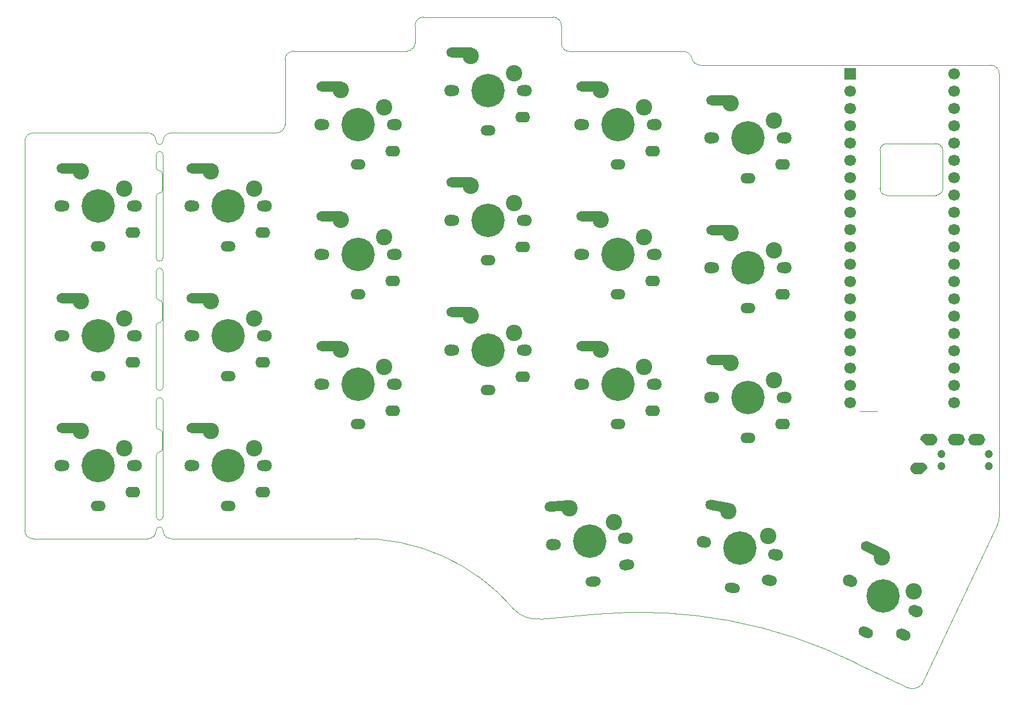
<source format=gts>
%TF.GenerationSoftware,KiCad,Pcbnew,(7.0.0-0)*%
%TF.CreationDate,2023-05-03T16:44:54-07:00*%
%TF.ProjectId,keyboard_pcb,6b657962-6f61-4726-945f-7063622e6b69,rev1.0*%
%TF.SameCoordinates,PX78114e0PY44b6550*%
%TF.FileFunction,Soldermask,Top*%
%TF.FilePolarity,Negative*%
%FSLAX46Y46*%
G04 Gerber Fmt 4.6, Leading zero omitted, Abs format (unit mm)*
G04 Created by KiCad (PCBNEW (7.0.0-0)) date 2023-05-03 16:44:54*
%MOMM*%
%LPD*%
G01*
G04 APERTURE LIST*
G04 Aperture macros list*
%AMHorizOval*
0 Thick line with rounded ends*
0 $1 width*
0 $2 $3 position (X,Y) of the first rounded end (center of the circle)*
0 $4 $5 position (X,Y) of the second rounded end (center of the circle)*
0 Add line between two ends*
20,1,$1,$2,$3,$4,$5,0*
0 Add two circle primitives to create the rounded ends*
1,1,$1,$2,$3*
1,1,$1,$4,$5*%
%AMFreePoly0*
4,1,28,-0.850000,0.400000,-0.842219,0.514750,-0.797860,0.693119,-0.716195,0.857783,-0.601041,1.001041,-0.457783,1.116195,-0.293119,1.197860,-0.114750,1.242219,0.000000,1.250000,0.850000,0.400000,0.850000,-0.400000,0.842219,-0.514750,0.797860,-0.693119,0.716195,-0.857783,0.601041,-1.001041,0.457783,-1.116195,0.293119,-1.197860,0.114750,-1.242219,0.000000,-1.250000,-0.114750,-1.242219,
-0.293119,-1.197860,-0.457783,-1.116195,-0.601041,-1.001041,-0.716195,-0.857783,-0.797860,-0.693119,-0.842219,-0.514750,-0.850000,-0.400000,-0.850000,0.400000,-0.850000,0.400000,$1*%
%AMFreePoly1*
4,1,28,-0.850000,0.400000,-0.842219,0.514750,-0.797860,0.693119,-0.716195,0.857783,-0.601041,1.001041,-0.457783,1.116195,-0.293119,1.197860,-0.114750,1.242219,0.000000,1.250000,0.114750,1.242219,0.293119,1.197860,0.457783,1.116195,0.601041,1.001041,0.716195,0.857783,0.797860,0.693119,0.842219,0.514750,0.850000,0.400000,0.850000,-0.400000,0.000000,-1.250000,-0.114750,-1.242219,
-0.293119,-1.197860,-0.457783,-1.116195,-0.601041,-1.001041,-0.716195,-0.857783,-0.797860,-0.693119,-0.842219,-0.514750,-0.850000,-0.400000,-0.850000,0.400000,-0.850000,0.400000,$1*%
G04 Aperture macros list end*
%ADD10C,0.120000*%
%ADD11C,1.800000*%
%ADD12C,1.700000*%
%ADD13C,4.900000*%
%ADD14C,2.400000*%
%ADD15O,2.200000X1.600000*%
%ADD16HorizOval,1.500000X1.449945X-0.012653X-1.449945X0.012653X0*%
%ADD17O,2.200000X1.500000*%
%ADD18HorizOval,1.600000X0.298858X0.026147X-0.298858X-0.026147X0*%
%ADD19HorizOval,1.500000X1.445530X0.113766X-1.445530X-0.113766X0*%
%ADD20HorizOval,1.500000X0.348668X0.030505X-0.348668X-0.030505X0*%
%ADD21C,1.200000*%
%ADD22FreePoly0,270.000000*%
%ADD23FreePoly1,270.000000*%
%ADD24O,2.500000X1.700000*%
%ADD25HorizOval,1.600000X0.271892X-0.126785X-0.271892X0.126785X0*%
%ADD26HorizOval,1.500000X1.308749X-0.624241X-1.308749X0.624241X0*%
%ADD27HorizOval,1.500000X0.317208X-0.147916X-0.317208X0.147916X0*%
%ADD28R,1.700000X1.700000*%
%ADD29HorizOval,1.600000X0.295442X-0.052094X-0.295442X0.052094X0*%
%ADD30HorizOval,1.500000X1.425720X-0.264242X-1.425720X0.264242X0*%
%ADD31HorizOval,1.500000X0.344683X-0.060777X-0.344683X0.060777X0*%
%TA.AperFunction,Profile*%
%ADD32C,0.100000*%
%TD*%
G04 APERTURE END LIST*
D10*
%TO.C,U1*%
X54525000Y-28080000D02*
X57065000Y-28080000D01*
%TD*%
D11*
%TO.C,K25*%
X32600000Y-26050000D03*
X32600000Y-26050000D03*
D12*
X33020000Y-26050000D03*
X33020000Y-26050000D03*
D13*
X38100000Y-26050000D03*
X38100000Y-26050000D03*
D12*
X43180000Y-26050000D03*
X43180000Y-26050000D03*
D11*
X43600000Y-26050000D03*
X43600000Y-26050000D03*
D14*
X41910000Y-23510000D03*
D15*
X43199999Y-29949999D03*
D16*
X34199957Y-20509598D03*
D14*
X35560000Y-20970000D03*
D17*
X38099999Y-31949999D03*
%TD*%
D11*
%TO.C,K24*%
X13550000Y-24050000D03*
X13550000Y-24050000D03*
D12*
X13970000Y-24050000D03*
X13970000Y-24050000D03*
D13*
X19050000Y-24050000D03*
X19050000Y-24050000D03*
D12*
X24130000Y-24050000D03*
X24130000Y-24050000D03*
D11*
X24550000Y-24050000D03*
X24550000Y-24050000D03*
D14*
X22860000Y-21510000D03*
D15*
X24149999Y-27949999D03*
D16*
X15149957Y-18509598D03*
D14*
X16510000Y-18970000D03*
D17*
X19049999Y-29949999D03*
%TD*%
D11*
%TO.C,K21*%
X-43600000Y-36050000D03*
X-43600000Y-36050000D03*
D12*
X-43180000Y-36050000D03*
X-43180000Y-36050000D03*
D13*
X-38100000Y-36050000D03*
X-38100000Y-36050000D03*
D12*
X-33020000Y-36050000D03*
X-33020000Y-36050000D03*
D11*
X-32600000Y-36050000D03*
X-32600000Y-36050000D03*
D14*
X-34290000Y-33510000D03*
D15*
X-32999999Y-39949999D03*
D16*
X-42000041Y-30509598D03*
D14*
X-40640000Y-30970000D03*
D17*
X-38099999Y-41949999D03*
%TD*%
D11*
%TO.C,K02*%
X-24550000Y14050000D03*
X-24550000Y14050000D03*
D12*
X-24130000Y14050000D03*
X-24130000Y14050000D03*
D13*
X-19050000Y14050000D03*
X-19050000Y14050000D03*
D12*
X-13970000Y14050000D03*
X-13970000Y14050000D03*
D11*
X-13550000Y14050000D03*
X-13550000Y14050000D03*
D14*
X-15240000Y16590000D03*
D15*
X-13949999Y10149999D03*
D16*
X-22950041Y19590400D03*
D14*
X-21590000Y19130000D03*
D17*
X-19049999Y8149999D03*
%TD*%
D11*
%TO.C,K10*%
X-62650000Y-17000000D03*
X-62650000Y-17000000D03*
D12*
X-62230000Y-17000000D03*
X-62230000Y-17000000D03*
D13*
X-57150000Y-17000000D03*
X-57150000Y-17000000D03*
D12*
X-52070000Y-17000000D03*
X-52070000Y-17000000D03*
D11*
X-51650000Y-17000000D03*
X-51650000Y-17000000D03*
D14*
X-53340000Y-14460000D03*
D15*
X-52049999Y-20899999D03*
D16*
X-61050041Y-11459598D03*
D14*
X-59690000Y-11920000D03*
D17*
X-57149999Y-22899999D03*
%TD*%
D11*
%TO.C,K04*%
X13550000Y14050000D03*
X13550000Y14050000D03*
D12*
X13970000Y14050000D03*
X13970000Y14050000D03*
D13*
X19050000Y14050000D03*
X19050000Y14050000D03*
D12*
X24130000Y14050000D03*
X24130000Y14050000D03*
D11*
X24550000Y14050000D03*
X24550000Y14050000D03*
D14*
X22860000Y16590000D03*
D15*
X24149999Y10149999D03*
D16*
X15149957Y19590400D03*
D14*
X16510000Y19130000D03*
D17*
X19049999Y8149999D03*
%TD*%
D11*
%TO.C,K12*%
X-24550000Y-5000000D03*
X-24550000Y-5000000D03*
D12*
X-24130000Y-5000000D03*
X-24130000Y-5000000D03*
D13*
X-19050000Y-5000000D03*
X-19050000Y-5000000D03*
D12*
X-13970000Y-5000000D03*
X-13970000Y-5000000D03*
D11*
X-13550000Y-5000000D03*
X-13550000Y-5000000D03*
D14*
X-15240000Y-2460000D03*
D15*
X-13949999Y-8899999D03*
D16*
X-22950041Y540400D03*
D14*
X-21590000Y80000D03*
D17*
X-19049999Y-10899999D03*
%TD*%
D11*
%TO.C,K30*%
X9420929Y-47629357D03*
X9420929Y-47629357D03*
D12*
X9839331Y-47592751D03*
X9839331Y-47592751D03*
D13*
X14900000Y-47150000D03*
X14900000Y-47150000D03*
D12*
X19960669Y-46707249D03*
X19960669Y-46707249D03*
D11*
X20379071Y-46670643D03*
X20379071Y-46670643D03*
D14*
X18474126Y-44287602D03*
D18*
X20320499Y-50590664D03*
D19*
X10531920Y-41970592D03*
D14*
X11926914Y-42310707D03*
D20*
X15414218Y-53027548D03*
%TD*%
D11*
%TO.C,K01*%
X-43600000Y2050000D03*
X-43600000Y2050000D03*
D12*
X-43180000Y2050000D03*
X-43180000Y2050000D03*
D13*
X-38100000Y2050000D03*
X-38100000Y2050000D03*
D12*
X-33020000Y2050000D03*
X-33020000Y2050000D03*
D11*
X-32600000Y2050000D03*
X-32600000Y2050000D03*
D14*
X-34290000Y4590000D03*
D15*
X-32999999Y-1849999D03*
D16*
X-42000041Y7590400D03*
D14*
X-40640000Y7130000D03*
D17*
X-38099999Y-3849999D03*
%TD*%
D11*
%TO.C,K14*%
X13550000Y-5000000D03*
X13550000Y-5000000D03*
D12*
X13970000Y-5000000D03*
X13970000Y-5000000D03*
D13*
X19050000Y-5000000D03*
X19050000Y-5000000D03*
D12*
X24130000Y-5000000D03*
X24130000Y-5000000D03*
D11*
X24550000Y-5000000D03*
X24550000Y-5000000D03*
D14*
X22860000Y-2460000D03*
D15*
X24149999Y-8899999D03*
D16*
X15149957Y540400D03*
D14*
X16510000Y80000D03*
D17*
X19049999Y-10899999D03*
%TD*%
D11*
%TO.C,K23*%
X-5500000Y-19050000D03*
X-5500000Y-19050000D03*
D12*
X-5080000Y-19050000D03*
X-5080000Y-19050000D03*
D13*
X0Y-19050000D03*
X0Y-19050000D03*
D12*
X5080000Y-19050000D03*
X5080000Y-19050000D03*
D11*
X5500000Y-19050000D03*
X5500000Y-19050000D03*
D14*
X3810000Y-16510000D03*
D15*
X5099999Y-22949999D03*
D16*
X-3900041Y-13509598D03*
D14*
X-2540000Y-13970000D03*
D17*
X0Y-24949999D03*
%TD*%
D11*
%TO.C,K03*%
X-5500000Y19050000D03*
X-5500000Y19050000D03*
D12*
X-5080000Y19050000D03*
X-5080000Y19050000D03*
D13*
X0Y19050000D03*
X0Y19050000D03*
D12*
X5080000Y19050000D03*
X5080000Y19050000D03*
D11*
X5500000Y19050000D03*
X5500000Y19050000D03*
D14*
X3810000Y21590000D03*
D15*
X5099999Y15149999D03*
D16*
X-3900041Y24590400D03*
D14*
X-2540000Y24130000D03*
D17*
X0Y13149999D03*
%TD*%
D11*
%TO.C,K22*%
X-24550000Y-24050000D03*
X-24550000Y-24050000D03*
D12*
X-24130000Y-24050000D03*
X-24130000Y-24050000D03*
D13*
X-19050000Y-24050000D03*
X-19050000Y-24050000D03*
D12*
X-13970000Y-24050000D03*
X-13970000Y-24050000D03*
D11*
X-13550000Y-24050000D03*
X-13550000Y-24050000D03*
D14*
X-15240000Y-21510000D03*
D15*
X-13949999Y-27949999D03*
D16*
X-22950041Y-18509598D03*
D14*
X-21590000Y-18970000D03*
D17*
X-19049999Y-29949999D03*
%TD*%
D21*
%TO.C,J1*%
X73460000Y-34320000D03*
X66460000Y-34320000D03*
X73460000Y-36070000D03*
X66460000Y-36070000D03*
D22*
X63159999Y-36419999D03*
D23*
X64659999Y-32219999D03*
D24*
X68659999Y-32219999D03*
X71659999Y-32219999D03*
%TD*%
D11*
%TO.C,K15*%
X32600000Y-7000000D03*
X32600000Y-7000000D03*
D12*
X33020000Y-7000000D03*
X33020000Y-7000000D03*
D13*
X38100000Y-7000000D03*
X38100000Y-7000000D03*
D12*
X43180000Y-7000000D03*
X43180000Y-7000000D03*
D11*
X43600000Y-7000000D03*
X43600000Y-7000000D03*
D14*
X41910000Y-4460000D03*
D15*
X43199999Y-10899999D03*
D16*
X34199957Y-1459598D03*
D14*
X35560000Y-1920000D03*
D17*
X38099999Y-12899999D03*
%TD*%
D11*
%TO.C,K32*%
X52915307Y-52825600D03*
X52915307Y-52825600D03*
D12*
X53295956Y-53003099D03*
X53295956Y-53003099D03*
D13*
X57900000Y-55150000D03*
X57900000Y-55150000D03*
D12*
X62504044Y-57296901D03*
X62504044Y-57296901D03*
D11*
X62884693Y-57474400D03*
X62884693Y-57474400D03*
D14*
X62426483Y-54458154D03*
D25*
X60873957Y-60839953D03*
D26*
X56706835Y-48480461D03*
D14*
X57744879Y-49472506D03*
D27*
X55406551Y-60497215D03*
%TD*%
D11*
%TO.C,K11*%
X-43600000Y-17000000D03*
X-43600000Y-17000000D03*
D12*
X-43180000Y-17000000D03*
X-43180000Y-17000000D03*
D13*
X-38100000Y-17000000D03*
X-38100000Y-17000000D03*
D12*
X-33020000Y-17000000D03*
X-33020000Y-17000000D03*
D11*
X-32600000Y-17000000D03*
X-32600000Y-17000000D03*
D14*
X-34290000Y-14460000D03*
D15*
X-32999999Y-20899999D03*
D16*
X-42000041Y-11459598D03*
D14*
X-40640000Y-11920000D03*
D17*
X-38099999Y-22899999D03*
%TD*%
D28*
%TO.C,U1*%
X53134999Y21429999D03*
D12*
X53135000Y18890000D03*
X53135000Y16350000D03*
X53135000Y13810000D03*
X53135000Y11270000D03*
X53135000Y8730000D03*
X53135000Y6190000D03*
X53135000Y3650000D03*
X53135000Y1110000D03*
X53135000Y-1430000D03*
X53135000Y-3970000D03*
X53135000Y-6510000D03*
X53135000Y-9050000D03*
X53135000Y-11590000D03*
X53135000Y-14130000D03*
X53135000Y-16670000D03*
X53135000Y-19210000D03*
X53135000Y-21750000D03*
X53135000Y-24290000D03*
X53135000Y-26830000D03*
X68375000Y-26830000D03*
X68375000Y-24290000D03*
X68375000Y-21750000D03*
X68375000Y-19210000D03*
X68375000Y-16670000D03*
X68375000Y-14130000D03*
X68375000Y-11590000D03*
X68375000Y-9050000D03*
X68375000Y-6510000D03*
X68375000Y-3970000D03*
X68375000Y-1430000D03*
X68375000Y1110000D03*
X68375000Y3650000D03*
X68375000Y6190000D03*
X68375000Y8730000D03*
X68375000Y11270000D03*
X68375000Y13810000D03*
X68375000Y16350000D03*
X68375000Y18890000D03*
X68375000Y21430000D03*
%TD*%
D11*
%TO.C,K05*%
X32600000Y12050000D03*
X32600000Y12050000D03*
D12*
X33020000Y12050000D03*
X33020000Y12050000D03*
D13*
X38100000Y12050000D03*
X38100000Y12050000D03*
D12*
X43180000Y12050000D03*
X43180000Y12050000D03*
D11*
X43600000Y12050000D03*
X43600000Y12050000D03*
D14*
X41910000Y14590000D03*
D15*
X43199999Y8149999D03*
D16*
X34199957Y17590400D03*
D14*
X35560000Y17130000D03*
D17*
X38099999Y6149999D03*
%TD*%
D11*
%TO.C,K20*%
X-62650000Y-36050000D03*
X-62650000Y-36050000D03*
D12*
X-62230000Y-36050000D03*
X-62230000Y-36050000D03*
D13*
X-57150000Y-36050000D03*
X-57150000Y-36050000D03*
D12*
X-52070000Y-36050000D03*
X-52070000Y-36050000D03*
D11*
X-51650000Y-36050000D03*
X-51650000Y-36050000D03*
D14*
X-53340000Y-33510000D03*
D15*
X-52049999Y-39949999D03*
D16*
X-61050041Y-30509598D03*
D14*
X-59690000Y-30970000D03*
D17*
X-57149999Y-41949999D03*
%TD*%
D11*
%TO.C,K13*%
X-5500000Y0D03*
X-5500000Y0D03*
D12*
X-5080000Y0D03*
X-5080000Y0D03*
D13*
X0Y0D03*
X0Y0D03*
D12*
X5080000Y0D03*
X5080000Y0D03*
D11*
X5500000Y0D03*
X5500000Y0D03*
D14*
X3810000Y2540000D03*
D15*
X5099999Y-3899999D03*
D16*
X-3900041Y5540400D03*
D14*
X-2540000Y5080000D03*
D17*
X0Y-5899999D03*
%TD*%
D11*
%TO.C,K00*%
X-62650000Y2050000D03*
X-62650000Y2050000D03*
D12*
X-62230000Y2050000D03*
X-62230000Y2050000D03*
D13*
X-57150000Y2050000D03*
X-57150000Y2050000D03*
D12*
X-52070000Y2050000D03*
X-52070000Y2050000D03*
D11*
X-51650000Y2050000D03*
X-51650000Y2050000D03*
D14*
X-53340000Y4590000D03*
D15*
X-52049999Y-1849999D03*
D16*
X-61050041Y7590400D03*
D14*
X-59690000Y7130000D03*
D17*
X-57149999Y-3849999D03*
%TD*%
D11*
%TO.C,K31*%
X31483557Y-47194935D03*
X31483557Y-47194935D03*
D12*
X31897177Y-47267867D03*
X31897177Y-47267867D03*
D13*
X36900000Y-48150000D03*
X36900000Y-48150000D03*
D12*
X41902823Y-49032133D03*
X41902823Y-49032133D03*
D11*
X42316443Y-49105065D03*
X42316443Y-49105065D03*
D14*
X41093184Y-46310188D03*
D29*
X41245291Y-52876355D03*
D30*
X34021288Y-42016534D03*
D14*
X35280721Y-42706110D03*
D31*
X35875475Y-53960365D03*
%TD*%
D32*
X-48624915Y9581270D02*
X-48624891Y7740528D01*
X-48624931Y-15524363D02*
X-48624995Y-24525005D01*
X-11910000Y24806548D02*
G75*
G03*
X-10673448Y26043104I0J1236552D01*
G01*
X65685000Y3640000D02*
G75*
G03*
X66685000Y4640000I0J1000000D01*
G01*
X-47624995Y-24525005D02*
X-47624955Y-7526517D01*
X-46398448Y-46750000D02*
X-19400000Y-46750000D01*
X63630000Y-68110000D02*
X74635831Y-44865940D01*
X-47724893Y4374125D02*
X-47724893Y6840528D01*
X3789970Y-57090029D02*
G75*
G03*
X7610000Y-58539999I3440030J3305929D01*
G01*
X-48624976Y-34522846D02*
X-48625040Y-43523488D01*
X58485000Y11240000D02*
G75*
G03*
X57485000Y10240000I200J-1000200D01*
G01*
X57485000Y4640000D02*
X57485000Y10240000D01*
X29900001Y23770000D02*
G75*
G03*
X31110000Y22759999I1209999J219800D01*
G01*
X-47625000Y-26525000D02*
G75*
G03*
X-48125000Y-26025000I-500000J0D01*
G01*
X65685000Y3640000D02*
X58485000Y3640000D01*
X-48625000Y-26525000D02*
X-48624976Y-30256443D01*
X-48624955Y-7526517D02*
X-48624931Y-11257960D01*
X-46408363Y12807822D02*
X-30964374Y12807822D01*
X73670000Y22760000D02*
X31110000Y22760000D01*
X-48124931Y-15024369D02*
G75*
G03*
X-48624931Y-15524363I31J-500031D01*
G01*
X-48124976Y-34022922D02*
G75*
G03*
X-47724978Y-33622846I-24J400022D01*
G01*
X-10673448Y28570000D02*
X-10673448Y26043104D01*
X-9436896Y29806552D02*
X9530000Y29806552D01*
X-48125040Y-44023460D02*
G75*
G03*
X-47625040Y-43523488I40J499960D01*
G01*
X66677893Y10240000D02*
X66685000Y4640000D01*
X12003104Y24750000D02*
X28690000Y24750000D01*
X-48624891Y3474125D02*
X-48624955Y-5526517D01*
X-47624930Y9581270D02*
G75*
G03*
X-48124915Y10081270I-499970J30D01*
G01*
X-47724933Y-14624363D02*
X-47724933Y-12157960D01*
X74960028Y21510000D02*
G75*
G03*
X73670000Y22759999I-1241028J9900D01*
G01*
X-28480000Y24806552D02*
X-11910000Y24806552D01*
X74635824Y-44865936D02*
G75*
G03*
X74959999Y-43570000I-2650524J1351536D01*
G01*
X-48624917Y-5526517D02*
G75*
G03*
X-48124955Y-6026517I500017J17D01*
G01*
X-48625005Y-24525005D02*
G75*
G03*
X-48124995Y-25025005I500005J5D01*
G01*
X66677900Y10240000D02*
G75*
G03*
X65677893Y11240000I-1000000J0D01*
G01*
X-48125040Y-45023560D02*
G75*
G03*
X-48625040Y-45523488I-60J-499940D01*
G01*
X-47624939Y-45533448D02*
G75*
G03*
X-46398448Y-46749999I1216639J48D01*
G01*
X-48124931Y-15024367D02*
G75*
G03*
X-47724933Y-14624363I31J399967D01*
G01*
X-49841592Y-46750100D02*
G75*
G03*
X-48625040Y-45523488I-108J1216700D01*
G01*
X-48624933Y11591230D02*
G75*
G03*
X-48124915Y11081270I500033J-9830D01*
G01*
X-47625017Y-7526517D02*
G75*
G03*
X-48124955Y-7026517I-499983J17D01*
G01*
X-48624943Y-30256443D02*
G75*
G03*
X-48124976Y-30756443I499943J-57D01*
G01*
X-28480000Y24806527D02*
G75*
G03*
X-29730000Y23570000I-13400J-1236527D01*
G01*
X10766552Y28570000D02*
X10766552Y25980000D01*
X15940000Y-57820000D02*
X7610000Y-58540000D01*
X-47625040Y-43523488D02*
X-47625000Y-26525000D01*
X53910000Y-64960000D02*
X61613868Y-68641488D01*
X-67896540Y-45533448D02*
G75*
G03*
X-66670000Y-46750000I1216640J48D01*
G01*
X29900008Y23770002D02*
G75*
G03*
X28690000Y24750000I-1210008J-257002D01*
G01*
X-47724978Y-33622846D02*
X-47724978Y-31156443D01*
X-48124915Y10081315D02*
G75*
G03*
X-48624915Y9581270I15J-500015D01*
G01*
X-66660000Y12806552D02*
G75*
G03*
X-67896552Y11570000I0J-1236552D01*
G01*
X-30964374Y12807822D02*
G75*
G03*
X-29727822Y14044374I-26J1236578D01*
G01*
X58485000Y11240000D02*
X65677893Y11240000D01*
X-47724960Y-12157960D02*
G75*
G03*
X-48124931Y-11757960I-399940J60D01*
G01*
X-66660000Y12806552D02*
X-49851507Y12807782D01*
X10766583Y25980000D02*
G75*
G03*
X12003104Y24750000I1230017J0D01*
G01*
X-48124915Y11081215D02*
G75*
G03*
X-47624915Y11581270I15J499985D01*
G01*
X-47725043Y-31156443D02*
G75*
G03*
X-48124976Y-30756443I-399957J43D01*
G01*
X-48624872Y7740528D02*
G75*
G03*
X-48124891Y7240528I499972J-28D01*
G01*
X-48124955Y-6026445D02*
G75*
G03*
X-47624955Y-5526517I55J499945D01*
G01*
X-48624978Y11591230D02*
G75*
G03*
X-49851507Y12807782I-1216622J-30D01*
G01*
X-48124976Y-34022824D02*
G75*
G03*
X-48624976Y-34522846I-24J-499976D01*
G01*
X-47624983Y-45533448D02*
G75*
G03*
X-48125040Y-45023488I-500117J9748D01*
G01*
X-48124891Y3974093D02*
G75*
G03*
X-47724893Y4374125I-9J400007D01*
G01*
X-9436896Y29806548D02*
G75*
G03*
X-10673448Y28570000I-4J-1236548D01*
G01*
X-48624860Y-11257960D02*
G75*
G03*
X-48124931Y-11757960I499960J-40D01*
G01*
X-47724872Y6840528D02*
G75*
G03*
X-48124891Y7240528I-400028J-28D01*
G01*
X-48624988Y-43523488D02*
G75*
G03*
X-48125040Y-44023488I499988J-12D01*
G01*
X-46408363Y12807855D02*
G75*
G03*
X-47624914Y11581270I63J-1216655D01*
G01*
X57485001Y4640000D02*
G75*
G03*
X58485000Y3640001I1009999J10000D01*
G01*
X-48124891Y3974091D02*
G75*
G03*
X-48624891Y3474125I-9J-499991D01*
G01*
X-29730000Y23570000D02*
X-29727822Y14044374D01*
X3790002Y-57089998D02*
G75*
G03*
X-19400000Y-46750000I-22380702J-19019602D01*
G01*
X10766552Y28570000D02*
G75*
G03*
X9530000Y29806552I-1236552J0D01*
G01*
X-49841592Y-46750040D02*
X-66670000Y-46750000D01*
X-48124995Y-25025005D02*
G75*
G03*
X-47624995Y-24525005I-5J500005D01*
G01*
X-48124955Y-7026545D02*
G75*
G03*
X-48624955Y-7526517I-45J-499955D01*
G01*
X-48125000Y-26025000D02*
G75*
G03*
X-48625000Y-26525000I0J-500000D01*
G01*
X-47624955Y-5526517D02*
X-47624915Y9581270D01*
X74960000Y-43570000D02*
X74960000Y21510000D01*
X61613883Y-68641447D02*
G75*
G03*
X63629999Y-68109999I623117J1726047D01*
G01*
X-67896552Y-45533448D02*
X-67896552Y11570000D01*
X53910001Y-64959998D02*
G75*
G03*
X15940000Y-57820000I-31697901J-64036302D01*
G01*
M02*

</source>
